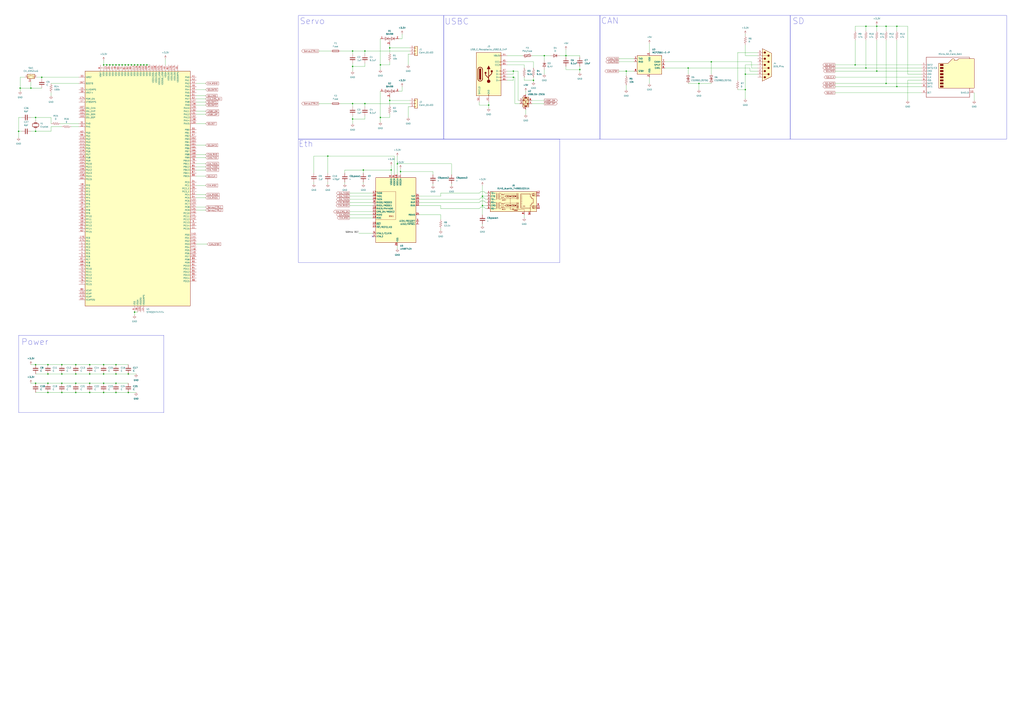
<source format=kicad_sch>
(kicad_sch (version 20250114) (generator "eeschema") (generator_version "9.0")
  (paper "A1")
  (rectangle (start 15.24 275.59) (end 134.62 339.09))
  (rectangle (start 648.97 12.7) (end 826.77 114.3))
  (rectangle (start 245.11 12.7) (end 364.49 114.3))
  (rectangle (start 364.49 12.7) (end 492.76 114.3))
  (rectangle (start 245.11 114.3) (end 459.74 215.9))
  (rectangle (start 492.76 12.7) (end 648.97 114.3))
  (text "USBC\n" (at 364.998 17.78 0) (effects (font (size 5 5)) (justify left)))
  (text "Eth" (at 245.11 118.364 0) (effects (font (size 5 5)) (justify left)))
  (text "SD" (at 650.748 17.526 0) (effects (font (size 5 5)) (justify left)))
  (text "CAN\n" (at 493.522 17.272 0) (effects (font (size 5 5)) (justify left)))
  (text "Servo\n" (at 246.126 17.526 0) (effects (font (size 5 5)) (justify left)))
  (text "Power\n" (at 17.526 281.178 0) (effects (font (size 5 5)) (justify left)))
  (junction (at 50.8 307.34))
  (junction (at 97.79 53.34))
  (junction (at 90.17 53.34))
  (junction (at 514.35 58.42))
  (junction (at 85.09 299.72))
  (junction (at 85.09 53.34))
  (junction (at 396.24 161.29))
  (junction (at 110.49 53.34))
  (junction (at 118.11 53.34))
  (junction (at 100.33 53.34))
  (junction (at 62.23 299.72))
  (junction (at 565.15 55.88))
  (junction (at 421.64 58.42))
  (junction (at 574.04 68.58))
  (junction (at 73.66 322.58))
  (junction (at 102.87 53.34))
  (junction (at 25.4 72.39))
  (junction (at 95.25 307.34))
  (junction (at 289.56 97.79))
  (junction (at 289.56 41.91))
  (junction (at 711.2 55.88))
  (junction (at 62.23 314.96))
  (junction (at 29.21 96.52))
  (junction (at 720.09 58.42))
  (junction (at 39.37 314.96))
  (junction (at 29.21 107.95))
  (junction (at 396.24 168.91))
  (junction (at 320.04 82.55))
  (junction (at 105.41 53.34))
  (junction (at 110.49 256.54))
  (junction (at 702.31 53.34))
  (junction (at 312.42 53.34))
  (junction (at 39.37 307.34))
  (junction (at 39.37 322.58))
  (junction (at 736.6 21.59))
  (junction (at 85.09 307.34))
  (junction (at 39.37 299.72))
  (junction (at 289.56 85.09))
  (junction (at 115.57 53.34))
  (junction (at 29.21 314.96))
  (junction (at 73.66 307.34))
  (junction (at 328.93 140.97))
  (junction (at 95.25 314.96))
  (junction (at 612.14 60.96))
  (junction (at 95.25 53.34))
  (junction (at 105.41 322.58))
  (junction (at 92.71 53.34))
  (junction (at 320.04 39.37))
  (junction (at 289.56 54.61))
  (junction (at 73.66 314.96))
  (junction (at 298.45 139.7))
  (junction (at 85.09 314.96))
  (junction (at 736.6 71.12))
  (junction (at 421.64 63.5))
  (junction (at 299.72 85.09))
  (junction (at 326.39 134.62))
  (junction (at 584.2 50.8))
  (junction (at 269.24 128.27))
  (junction (at 95.25 299.72))
  (junction (at 727.71 21.59))
  (junction (at 299.72 41.91))
  (junction (at 438.15 66.04))
  (junction (at 50.8 322.58))
  (junction (at 612.14 73.66))
  (junction (at 15.24 107.95))
  (junction (at 50.8 299.72))
  (junction (at 73.66 299.72))
  (junction (at 50.8 314.96))
  (junction (at 95.25 322.58))
  (junction (at 711.2 21.59))
  (junction (at 87.63 53.34))
  (junction (at 720.09 21.59))
  (junction (at 401.32 86.36))
  (junction (at 29.21 299.72))
  (junction (at 107.95 53.34))
  (junction (at 62.23 322.58))
  (junction (at 120.65 53.34))
  (junction (at 105.41 307.34))
  (junction (at 447.04 45.72))
  (junction (at 476.25 57.15))
  (junction (at 16.51 72.39))
  (junction (at 113.03 53.34))
  (junction (at 62.23 307.34))
  (junction (at 34.29 63.5))
  (junction (at 321.31 139.7))
  (junction (at 312.42 96.52))
  (junction (at 727.71 68.58))
  (junction (at 464.82 45.72))
  (junction (at 85.09 322.58))
  (no_connect (at 306.07 194.31))
  (wire (pts (xy 400.05 168.91) (xy 396.24 168.91)))
  (wire (pts (xy 29.21 107.95) (xy 25.4 107.95)))
  (wire (pts (xy 476.25 57.15) (xy 476.25 59.69)))
  (wire (pts (xy 320.04 43.18) (xy 320.04 39.37)))
  (wire (pts (xy 398.78 163.83) (xy 400.05 163.83)))
  (wire (pts (xy 416.56 45.72) (xy 429.26 45.72)))
  (wire (pts (xy 161.29 137.16) (xy 168.91 137.16)))
  (wire (pts (xy 430.53 63.5) (xy 430.53 66.04)))
  (wire (pts (xy 398.78 158.75) (xy 400.05 158.75)))
  (wire (pts (xy 398.78 166.37) (xy 397.51 165.1)))
  (wire (pts (xy 438.15 66.04) (xy 438.15 67.31)))
  (wire (pts (xy 745.49 60.96) (xy 745.49 21.59)))
  (wire (pts (xy 396.24 184.15) (xy 396.24 185.42)))
  (wire (pts (xy 320.04 39.37) (xy 320.04 36.83)))
  (wire (pts (xy 105.41 307.34) (xy 111.76 307.34)))
  (wire (pts (xy 702.31 53.34) (xy 702.31 33.02)))
  (wire (pts (xy 612.14 60.96) (xy 612.14 73.66)))
  (wire (pts (xy 161.29 152.4) (xy 168.91 152.4)))
  (wire (pts (xy 97.79 53.34) (xy 100.33 53.34)))
  (wire (pts (xy 29.21 96.52) (xy 25.4 96.52)))
  (wire (pts (xy 105.41 53.34) (xy 107.95 53.34)))
  (wire (pts (xy 394.97 157.48) (xy 393.7 158.75)))
  (wire (pts (xy 161.29 170.18) (xy 168.91 170.18)))
  (wire (pts (xy 431.8 74.93) (xy 431.8 77.47)))
  (wire (pts (xy 320.04 82.55) (xy 336.55 82.55)))
  (wire (pts (xy 736.6 21.59) (xy 736.6 25.4)))
  (wire (pts (xy 279.4 41.91) (xy 289.56 41.91)))
  (wire (pts (xy 30.48 63.5) (xy 34.29 63.5)))
  (wire (pts (xy 287.02 161.29) (xy 306.07 161.29)))
  (wire (pts (xy 546.1 50.8) (xy 584.2 50.8)))
  (wire (pts (xy 41.91 76.2) (xy 41.91 78.74)))
  (wire (pts (xy 430.53 66.04) (xy 438.15 66.04)))
  (wire (pts (xy 95.25 53.34) (xy 97.79 53.34)))
  (wire (pts (xy 685.8 76.2) (xy 756.92 76.2)))
  (wire (pts (xy 73.66 322.58) (xy 85.09 322.58)))
  (wire (pts (xy 685.8 53.34) (xy 702.31 53.34)))
  (wire (pts (xy 73.66 314.96) (xy 85.09 314.96)))
  (wire (pts (xy 161.29 172.72) (xy 168.91 172.72)))
  (wire (pts (xy 756.92 68.58) (xy 727.71 68.58)))
  (wire (pts (xy 312.42 96.52) (xy 320.04 96.52)))
  (wire (pts (xy 289.56 54.61) (xy 289.56 52.07)))
  (wire (pts (xy 289.56 54.61) (xy 289.56 58.42)))
  (wire (pts (xy 335.28 44.45) (xy 336.55 44.45)))
  (wire (pts (xy 320.04 93.98) (xy 320.04 96.52)))
  (wire (pts (xy 430.53 176.53) (xy 430.53 179.07)))
  (wire (pts (xy 393.7 83.82) (xy 393.7 86.36)))
  (wire (pts (xy 161.29 134.62) (xy 168.91 134.62)))
  (wire (pts (xy 257.81 128.27) (xy 269.24 128.27)))
  (wire (pts (xy 425.45 82.55) (xy 425.45 58.42)))
  (wire (pts (xy 62.23 314.96) (xy 73.66 314.96)))
  (wire (pts (xy 110.49 256.54) (xy 113.03 256.54)))
  (wire (pts (xy 25.4 72.39) (xy 34.29 72.39)))
  (wire (pts (xy 29.21 299.72) (xy 39.37 299.72)))
  (wire (pts (xy 436.88 85.09) (xy 447.04 85.09)))
  (wire (pts (xy 90.17 53.34) (xy 92.71 53.34)))
  (wire (pts (xy 312.42 57.15) (xy 312.42 53.34)))
  (wire (pts (xy 756.92 55.88) (xy 711.2 55.88)))
  (wire (pts (xy 533.4 35.56) (xy 533.4 43.18)))
  (wire (pts (xy 110.49 53.34) (xy 113.03 53.34)))
  (wire (pts (xy 514.35 69.85) (xy 514.35 73.66)))
  (wire (pts (xy 370.84 151.13) (xy 370.84 152.4)))
  (wire (pts (xy 394.97 157.48) (xy 397.51 157.48)))
  (wire (pts (xy 476.25 54.61) (xy 476.25 57.15)))
  (wire (pts (xy 328.93 138.43) (xy 328.93 140.97)))
  (wire (pts (xy 720.09 58.42) (xy 720.09 33.02)))
  (wire (pts (xy 565.15 55.88) (xy 615.95 55.88)))
  (wire (pts (xy 685.8 55.88) (xy 711.2 55.88)))
  (wire (pts (xy 416.56 63.5) (xy 421.64 63.5)))
  (wire (pts (xy 727.71 68.58) (xy 727.71 33.02)))
  (wire (pts (xy 401.32 86.36) (xy 401.32 88.9)))
  (wire (pts (xy 299.72 97.79) (xy 299.72 95.25)))
  (wire (pts (xy 617.22 50.8) (xy 584.2 50.8)))
  (wire (pts (xy 400.05 161.29) (xy 396.24 161.29)))
  (wire (pts (xy 800.1 76.2) (xy 800.1 82.55)))
  (wire (pts (xy 312.42 31.75) (xy 312.42 53.34)))
  (wire (pts (xy 584.2 50.8) (xy 584.2 60.96)))
  (wire (pts (xy 425.45 58.42) (xy 421.64 58.42)))
  (wire (pts (xy 615.95 58.42) (xy 622.3 58.42)))
  (wire (pts (xy 287.02 176.53) (xy 306.07 176.53)))
  (wire (pts (xy 161.29 144.78) (xy 168.91 144.78)))
  (wire (pts (xy 29.21 314.96) (xy 39.37 314.96)))
  (wire (pts (xy 161.29 81.28) (xy 168.91 81.28)))
  (wire (pts (xy 161.29 129.54) (xy 168.91 129.54)))
  (wire (pts (xy 85.09 53.34) (xy 87.63 53.34)))
  (wire (pts (xy 161.29 83.82) (xy 168.91 83.82)))
  (wire (pts (xy 135.89 48.26) (xy 135.89 53.34)))
  (wire (pts (xy 438.15 50.8) (xy 438.15 55.88)))
  (wire (pts (xy 394.97 165.1) (xy 397.51 165.1)))
  (wire (pts (xy 355.6 151.13) (xy 355.6 152.4)))
  (wire (pts (xy 361.95 171.45) (xy 361.95 168.91)))
  (wire (pts (xy 95.25 307.34) (xy 105.41 307.34)))
  (wire (pts (xy 85.09 322.58) (xy 95.25 322.58)))
  (wire (pts (xy 257.81 128.27) (xy 257.81 142.24)))
  (wire (pts (xy 326.39 201.93) (xy 326.39 204.47)))
  (wire (pts (xy 361.95 168.91) (xy 344.17 168.91)))
  (wire (pts (xy 565.15 55.88) (xy 565.15 60.96)))
  (wire (pts (xy 416.56 60.96) (xy 421.64 60.96)))
  (wire (pts (xy 464.82 45.72) (xy 464.82 46.99)))
  (wire (pts (xy 299.72 54.61) (xy 299.72 52.07)))
  (wire (pts (xy 269.24 128.27) (xy 323.85 128.27)))
  (wire (pts (xy 287.02 158.75) (xy 306.07 158.75)))
  (wire (pts (xy 617.22 50.8) (xy 617.22 55.88)))
  (wire (pts (xy 41.91 68.58) (xy 64.77 68.58)))
  (wire (pts (xy 25.4 67.31) (xy 25.4 72.39)))
  (wire (pts (xy 299.72 85.09) (xy 299.72 87.63)))
  (wire (pts (xy 261.62 41.91) (xy 271.78 41.91)))
  (wire (pts (xy 287.02 173.99) (xy 306.07 173.99)))
  (wire (pts (xy 320.04 39.37) (xy 336.55 39.37)))
  (wire (pts (xy 430.53 53.34) (xy 430.53 55.88)))
  (wire (pts (xy 287.02 168.91) (xy 306.07 168.91)))
  (wire (pts (xy 289.56 41.91) (xy 289.56 44.45)))
  (wire (pts (xy 605.79 43.18) (xy 605.79 66.04)))
  (wire (pts (xy 756.92 53.34) (xy 702.31 53.34)))
  (wire (pts (xy 73.66 307.34) (xy 85.09 307.34)))
  (wire (pts (xy 50.8 314.96) (xy 62.23 314.96)))
  (wire (pts (xy 736.6 71.12) (xy 736.6 33.02)))
  (wire (pts (xy 720.09 20.32) (xy 720.09 21.59)))
  (wire (pts (xy 289.56 41.91) (xy 299.72 41.91)))
  (wire (pts (xy 161.29 78.74) (xy 168.91 78.74)))
  (wire (pts (xy 161.29 127) (xy 168.91 127)))
  (wire (pts (xy 398.78 158.75) (xy 397.51 157.48)))
  (wire (pts (xy 41.91 96.52) (xy 41.91 101.6)))
  (wire (pts (xy 393.7 86.36) (xy 401.32 86.36)))
  (wire (pts (xy 720.09 21.59) (xy 720.09 25.4)))
  (wire (pts (xy 612.14 45.72) (xy 622.3 45.72)))
  (wire (pts (xy 330.2 71.12) (xy 330.2 74.93)))
  (wire (pts (xy 756.92 71.12) (xy 736.6 71.12)))
  (wire (pts (xy 320.04 50.8) (xy 320.04 53.34)))
  (wire (pts (xy 622.3 60.96) (xy 612.14 60.96)))
  (wire (pts (xy 279.4 85.09) (xy 289.56 85.09)))
  (wire (pts (xy 62.23 322.58) (xy 73.66 322.58)))
  (wire (pts (xy 289.56 54.61) (xy 299.72 54.61)))
  (wire (pts (xy 416.56 50.8) (xy 438.15 50.8)))
  (wire (pts (xy 323.85 128.27) (xy 323.85 143.51)))
  (wire (pts (xy 335.28 44.45) (xy 335.28 53.34)))
  (wire (pts (xy 436.88 82.55) (xy 447.04 82.55)))
  (wire (pts (xy 289.56 97.79) (xy 289.56 101.6)))
  (wire (pts (xy 685.8 68.58) (xy 727.71 68.58)))
  (wire (pts (xy 508 50.8) (xy 520.7 50.8)))
  (wire (pts (xy 29.21 322.58) (xy 39.37 322.58)))
  (wire (pts (xy 39.37 299.72) (xy 50.8 299.72)))
  (wire (pts (xy 438.15 63.5) (xy 438.15 66.04)))
  (wire (pts (xy 335.28 87.63) (xy 336.55 87.63)))
  (wire (pts (xy 321.31 139.7) (xy 321.31 143.51)))
  (wire (pts (xy 436.88 45.72) (xy 447.04 45.72)))
  (wire (pts (xy 464.82 57.15) (xy 476.25 57.15)))
  (wire (pts (xy 62.23 299.72) (xy 73.66 299.72)))
  (wire (pts (xy 565.15 55.88) (xy 546.1 55.88)))
  (wire (pts (xy 335.28 87.63) (xy 335.28 96.52)))
  (wire (pts (xy 95.25 322.58) (xy 105.41 322.58)))
  (wire (pts (xy 110.49 256.54) (xy 110.49 259.08)))
  (wire (pts (xy 370.84 143.51) (xy 370.84 134.62)))
  (wire (pts (xy 727.71 21.59) (xy 727.71 25.4)))
  (wire (pts (xy 416.56 58.42) (xy 421.64 58.42)))
  (wire (pts (xy 85.09 307.34) (xy 95.25 307.34)))
  (wire (pts (xy 39.37 314.96) (xy 50.8 314.96)))
  (wire (pts (xy 87.63 53.34) (xy 90.17 53.34)))
  (wire (pts (xy 113.03 53.34) (xy 115.57 53.34)))
  (wire (pts (xy 102.87 53.34) (xy 105.41 53.34)))
  (wire (pts (xy 289.56 97.79) (xy 299.72 97.79)))
  (wire (pts (xy 398.78 166.37) (xy 400.05 166.37)))
  (wire (pts (xy 361.95 171.45) (xy 393.7 171.45)))
  (wire (pts (xy 34.29 63.5) (xy 34.29 64.77)))
  (wire (pts (xy 29.21 96.52) (xy 41.91 96.52)))
  (wire (pts (xy 605.79 73.66) (xy 612.14 73.66)))
  (wire (pts (xy 15.24 107.95) (xy 15.24 113.03)))
  (wire (pts (xy 612.14 73.66) (xy 612.14 81.28)))
  (wire (pts (xy 508 58.42) (xy 514.35 58.42)))
  (wire (pts (xy 161.29 93.98) (xy 168.91 93.98)))
  (wire (pts (xy 25.4 314.96) (xy 29.21 314.96)))
  (wire (pts (xy 711.2 21.59) (xy 720.09 21.59)))
  (wire (pts (xy 330.2 27.94) (xy 330.2 31.75)))
  (wire (pts (xy 62.23 307.34) (xy 73.66 307.34)))
  (wire (pts (xy 745.49 66.04) (xy 745.49 82.55)))
  (wire (pts (xy 394.97 165.1) (xy 393.7 166.37)))
  (wire (pts (xy 394.97 170.18) (xy 393.7 171.45)))
  (wire (pts (xy 16.51 72.39) (xy 25.4 72.39)))
  (wire (pts (xy 330.2 31.75) (xy 327.66 31.75)))
  (wire (pts (xy 422.91 63.5) (xy 421.64 63.5)))
  (wire (pts (xy 298.45 142.24) (xy 298.45 139.7)))
  (wire (pts (xy 396.24 152.4) (xy 396.24 161.29)))
  (wire (pts (xy 617.22 55.88) (xy 622.3 55.88)))
  (wire (pts (xy 370.84 134.62) (xy 326.39 134.62)))
  (wire (pts (xy 283.21 142.24) (xy 283.21 139.7)))
  (wire (pts (xy 702.31 21.59) (xy 711.2 21.59)))
  (wire (pts (xy 756.92 66.04) (xy 745.49 66.04)))
  (wire (pts (xy 100.33 53.34) (xy 102.87 53.34)))
  (wire (pts (xy 312.42 74.93) (xy 312.42 96.52)))
  (wire (pts (xy 464.82 40.64) (xy 464.82 45.72)))
  (wire (pts (xy 328.93 140.97) (xy 328.93 143.51)))
  (wire (pts (xy 312.42 100.33) (xy 312.42 96.52)))
  (wire (pts (xy 398.78 171.45) (xy 397.51 170.18)))
  (wire (pts (xy 299.72 41.91) (xy 336.55 41.91)))
  (wire (pts (xy 16.51 63.5) (xy 20.32 63.5)))
  (wire (pts (xy 34.29 63.5) (xy 64.77 63.5)))
  (wire (pts (xy 289.56 85.09) (xy 299.72 85.09)))
  (wire (pts (xy 29.21 106.68) (xy 29.21 107.95)))
  (wire (pts (xy 361.95 158.75) (xy 361.95 161.29)))
  (wire (pts (xy 41.91 104.14) (xy 41.91 107.95)))
  (wire (pts (xy 320.04 86.36) (xy 320.04 82.55)))
  (wire (pts (xy 161.29 91.44) (xy 168.91 91.44)))
  (wire (pts (xy 120.65 53.34) (xy 123.19 53.34)))
  (wire (pts (xy 685.8 63.5) (xy 756.92 63.5)))
  (wire (pts (xy 394.97 162.56) (xy 393.7 163.83)))
  (wire (pts (xy 361.95 187.96) (xy 361.95 189.23)))
  (wire (pts (xy 328.93 140.97) (xy 355.6 140.97)))
  (wire (pts (xy 161.29 200.66) (xy 170.18 200.66)))
  (wire (pts (xy 574.04 68.58) (xy 584.2 68.58)))
  (wire (pts (xy 574.04 68.58) (xy 574.04 73.66)))
  (wire (pts (xy 39.37 307.34) (xy 50.8 307.34)))
  (wire (pts (xy 287.02 163.83) (xy 306.07 163.83)))
  (wire (pts (xy 298.45 139.7) (xy 321.31 139.7)))
  (wire (pts (xy 344.17 166.37) (xy 393.7 166.37)))
  (wire (pts (xy 615.95 55.88) (xy 615.95 58.42)))
  (wire (pts (xy 269.24 128.27) (xy 269.24 142.24)))
  (wire (pts (xy 565.15 68.58) (xy 574.04 68.58)))
  (wire (pts (xy 299.72 41.91) (xy 299.72 44.45)))
  (wire (pts (xy 41.91 104.14) (xy 50.8 104.14)))
  (wire (pts (xy 161.29 139.7) (xy 168.91 139.7)))
  (wire (pts (xy 612.14 27.94) (xy 612.14 29.21)))
  (wire (pts (xy 115.57 53.34) (xy 118.11 53.34)))
  (wire (pts (xy 15.24 107.95) (xy 17.78 107.95)))
  (wire (pts (xy 533.4 63.5) (xy 533.4 68.58)))
  (wire (pts (xy 685.8 58.42) (xy 720.09 58.42)))
  (wire (pts (xy 756.92 58.42) (xy 720.09 58.42)))
  (wire (pts (xy 330.2 74.93) (xy 327.66 74.93)))
  (wire (pts (xy 49.53 101.6) (xy 64.77 101.6)))
  (wire (pts (xy 326.39 128.27) (xy 326.39 134.62)))
  (wire (pts (xy 622.3 53.34) (xy 612.14 53.34)))
  (wire (pts (xy 161.29 73.66) (xy 168.91 73.66)))
  (wire (pts (xy 15.24 96.52) (xy 17.78 96.52)))
  (wire (pts (xy 476.25 46.99) (xy 476.25 45.72)))
  (wire (pts (xy 711.2 55.88) (xy 711.2 33.02)))
  (wire (pts (xy 257.81 149.86) (xy 257.81 151.13)))
  (wire (pts (xy 289.56 85.09) (xy 289.56 87.63)))
  (wire (pts (xy 283.21 139.7) (xy 298.45 139.7)))
  (wire (pts (xy 685.8 71.12) (xy 736.6 71.12)))
  (wire (pts (xy 361.95 176.53) (xy 361.95 180.34)))
  (wire (pts (xy 107.95 53.34) (xy 110.49 53.34)))
  (wire (pts (xy 756.92 60.96) (xy 745.49 60.96)))
  (wire (pts (xy 85.09 314.96) (xy 95.25 314.96)))
  (wire (pts (xy 298.45 149.86) (xy 298.45 151.13)))
  (wire (pts (xy 41.91 107.95) (xy 29.21 107.95)))
  (wire (pts (xy 736.6 21.59) (xy 745.49 21.59)))
  (wire (pts (xy 118.11 53.34) (xy 120.65 53.34)))
  (wire (pts (xy 476.25 45.72) (xy 464.82 45.72)))
  (wire (pts (xy 612.14 53.34) (xy 612.14 60.96)))
  (wire (pts (xy 344.17 176.53) (xy 361.95 176.53)))
  (wire (pts (xy 161.29 101.6) (xy 168.91 101.6)))
  (wire (pts (xy 161.29 68.58) (xy 168.91 68.58)))
  (wire (pts (xy 398.78 163.83) (xy 397.51 162.56)))
  (wire (pts (xy 344.17 163.83) (xy 393.7 163.83)))
  (wire (pts (xy 50.8 299.72) (xy 62.23 299.72)))
  (wire (pts (xy 431.8 90.17) (xy 431.8 93.98)))
  (wire (pts (xy 394.97 170.18) (xy 397.51 170.18)))
  (wire (pts (xy 416.56 66.04) (xy 421.64 66.04)))
  (wire (pts (xy 508 48.26) (xy 520.7 48.26)))
  (wire (pts (xy 50.8 322.58) (xy 62.23 322.58)))
  (wire (pts (xy 702.31 21.59) (xy 702.31 25.4)))
  (wire (pts (xy 29.21 307.34) (xy 39.37 307.34)))
  (wire (pts (xy 398.78 171.45) (xy 400.05 171.45)))
  (wire (pts (xy 269.24 149.86) (xy 269.24 151.13)))
  (wire (pts (xy 161.29 160.02) (xy 168.91 160.02)))
  (wire (pts (xy 421.64 60.96) (xy 421.64 58.42)))
  (wire (pts (xy 105.41 322.58) (xy 111.76 322.58)))
  (wire (pts (xy 421.64 63.5) (xy 421.64 66.04)))
  (wire (pts (xy 321.31 135.89) (xy 321.31 139.7)))
  (wire (pts (xy 361.95 158.75) (xy 393.7 158.75)))
  (wire (pts (xy 320.04 82.55) (xy 320.04 80.01)))
  (wire (pts (xy 396.24 161.29) (xy 396.24 168.91)))
  (wire (pts (xy 299.72 85.09) (xy 336.55 85.09)))
  (wire (pts (xy 85.09 49.53) (xy 85.09 53.34)))
  (wire (pts (xy 16.51 74.93) (xy 16.51 72.39)))
  (wire (pts (xy 92.71 53.34) (xy 95.25 53.34)))
  (wire (pts (xy 15.24 107.95) (xy 15.24 96.52)))
  (wire (pts (xy 727.71 21.59) (xy 736.6 21.59)))
  (wire (pts (xy 312.42 53.34) (xy 320.04 53.34)))
  (wire (pts (xy 161.29 119.38) (xy 168.91 119.38)))
  (wire (pts (xy 73.66 299.72) (xy 85.09 299.72)))
  (wire (pts (xy 464.82 54.61) (xy 464.82 57.15)))
  (wire (pts (xy 394.97 162.56) (xy 397.51 162.56)))
  (wire (pts (xy 39.37 322.58) (xy 50.8 322.58)))
  (wire (pts (xy 289.56 97.79) (xy 289.56 95.25)))
  (wire (pts (xy 396.24 168.91) (xy 396.24 176.53)))
  (wire (pts (xy 287.02 166.37) (xy 306.07 166.37)))
  (wire (pts (xy 283.21 149.86) (xy 283.21 151.13)))
  (wire (pts (xy 58.42 104.14) (xy 64.77 104.14)))
  (wire (pts (xy 447.04 45.72) (xy 447.04 49.53)))
  (wire (pts (xy 261.62 85.09) (xy 271.78 85.09)))
  (wire (pts (xy 422.91 85.09) (xy 422.91 63.5)))
  (wire (pts (xy 161.29 86.36) (xy 168.91 86.36)))
  (wire (pts (xy 711.2 21.59) (xy 711.2 25.4)))
  (wire (pts (xy 426.72 85.09) (xy 422.91 85.09)))
  (wire (pts (xy 612.14 36.83) (xy 612.14 45.72)))
  (wire (pts (xy 294.64 191.77) (xy 306.07 191.77)))
  (wire (pts (xy 401.32 83.82) (xy 401.32 86.36)))
  (wire (pts (xy 16.51 72.39) (xy 16.51 63.5)))
  (wire (pts (xy 95.25 299.72) (xy 105.41 299.72)))
  (wire (pts (xy 85.09 299.72) (xy 95.25 299.72)))
  (wire (pts (xy 720.09 21.59) (xy 727.71 21.59)))
  (wire (pts (xy 514.35 62.23) (xy 514.35 58.42)))
  (wire (pts (xy 287.02 179.07) (xy 306.07 179.07)))
  (wire (pts (xy 459.74 45.72) (xy 464.82 45.72)))
  (wire (pts (xy 426.72 82.55) (xy 425.45 82.55)))
  (wire (pts (xy 161.29 162.56) (xy 168.91 162.56)))
  (wire (pts (xy 514.35 58.42) (xy 520.7 58.42)))
  (wire (pts (xy 326.39 134.62) (xy 326.39 143.51)))
  (wire (pts (xy 25.4 299.72) (xy 29.21 299.72)))
  (wire (pts (xy 447.04 57.15) (xy 447.04 60.96)))
  (wire (pts (xy 344.17 161.29) (xy 361.95 161.29)))
  (wire (pts (xy 452.12 45.72) (xy 447.04 45.72)))
  (wire (pts (xy 416.56 53.34) (xy 430.53 53.34)))
  (wire (pts (xy 50.8 307.34) (xy 62.23 307.34)))
  (wire (pts (xy 95.25 314.96) (xy 105.41 314.96)))
  (wire (pts (xy 355.6 143.51) (xy 355.6 140.97)))
  (wire (pts (xy 622.3 43.18) (xy 605.79 43.18)))
  (wire (pts (xy 29.21 96.52) (xy 29.21 99.06)))
  (label "50MHz REF" (at 294.64 191.77 180))
  (global_label "Eth.CRS_DV" (shape input) (at 168.91 81.28 0) (property "Intersheetrefs" "${INTERSHEET_REFS}" (effects (hide yes))))
  (global_label "CAN.STBY" (shape output) (at 508 58.42 180) (property "Intersheetrefs" "${INTERSHEET_REFS}" (effects (hide yes))))
  (global_label "Servo.CTRL1" (shape output) (at 261.62 41.91 180) (property "Intersheetrefs" "${INTERSHEET_REFS}" (effects (hide yes))))
  (global_label "CAN.RXD" (shape input) (at 168.91 127 0) (property "Intersheetrefs" "${INTERSHEET_REFS}" (effects (hide yes))))
  (global_label "SD.DAT3" (shape output) (at 685.8 55.88 180) (property "Intersheetrefs" "${INTERSHEET_REFS}" (effects (hide yes))))
  (global_label "Eth.TXD1" (shape output) (at 287.02 161.29 180) (property "Intersheetrefs" "${INTERSHEET_REFS}" (effects (hide yes))))
  (global_label "CAN.RXD" (shape output) (at 508 50.8 180) (property "Intersheetrefs" "${INTERSHEET_REFS}" (effects (hide yes))))
  (global_label "Eth.TXD0" (shape output) (at 287.02 158.75 180) (property "Intersheetrefs" "${INTERSHEET_REFS}" (effects (hide yes))))
  (global_label "Servo.CTRL2" (shape output) (at 261.62 85.09 180) (property "Intersheetrefs" "${INTERSHEET_REFS}" (effects (hide yes))))
  (global_label "CAN.TXD" (shape input) (at 168.91 129.54 0) (property "Intersheetrefs" "${INTERSHEET_REFS}" (effects (hide yes))))
  (global_label "SD.DAT0" (shape input) (at 168.91 73.66 0) (property "Intersheetrefs" "${INTERSHEET_REFS}" (effects (hide yes))))
  (global_label "USBC.DM" (shape input) (at 168.91 91.44 0) (property "Intersheetrefs" "${INTERSHEET_REFS}" (effects (hide yes))))
  (global_label "USBC.DP" (shape output) (at 447.04 85.09 0) (property "Intersheetrefs" "${INTERSHEET_REFS}" (effects (hide yes))))
  (global_label "Eth.RXD1" (shape input) (at 168.91 162.56 0) (property "Intersheetrefs" "${INTERSHEET_REFS}" (effects (hide yes))))
  (global_label "Eth.MDC" (shape output) (at 287.02 179.07 180) (property "Intersheetrefs" "${INTERSHEET_REFS}" (effects (hide yes))))
  (global_label "CAN.STBY" (shape input) (at 170.18 200.66 0) (property "Intersheetrefs" "${INTERSHEET_REFS}" (effects (hide yes))))
  (global_label "SD.DAT2" (shape input) (at 168.91 86.36 0) (property "Intersheetrefs" "${INTERSHEET_REFS}" (effects (hide yes))))
  (global_label "Eth.TXEN" (shape output) (at 287.02 163.83 180) (property "Intersheetrefs" "${INTERSHEET_REFS}" (effects (hide yes))))
  (global_label "SD.DAT0" (shape output) (at 685.8 68.58 180) (property "Intersheetrefs" "${INTERSHEET_REFS}" (effects (hide yes))))
  (global_label "SD.CLK" (shape output) (at 685.8 63.5 180) (property "Intersheetrefs" "${INTERSHEET_REFS}" (effects (hide yes))))
  (global_label "Eth.CRS_DV" (shape output) (at 287.02 173.99 180) (property "Intersheetrefs" "${INTERSHEET_REFS}" (effects (hide yes))))
  (global_label "Servo.CTRL2" (shape input) (at 168.91 172.72 0) (property "Intersheetrefs" "${INTERSHEET_REFS}" (effects (hide yes))))
  (global_label "CAN.TXD" (shape output) (at 508 48.26 180) (property "Intersheetrefs" "${INTERSHEET_REFS}" (effects (hide yes))))
  (global_label "SD.CMD" (shape output) (at 685.8 58.42 180) (property "Intersheetrefs" "${INTERSHEET_REFS}" (effects (hide yes))))
  (global_label "Eth.MDC" (shape input) (at 168.91 152.4 0) (property "Intersheetrefs" "${INTERSHEET_REFS}" (effects (hide yes))))
  (global_label "Eth.MDIO" (shape input) (at 168.91 68.58 0) (property "Intersheetrefs" "${INTERSHEET_REFS}" (effects (hide yes))))
  (global_label "SD.CLK" (shape input) (at 168.91 144.78 0) (property "Intersheetrefs" "${INTERSHEET_REFS}" (effects (hide yes))))
  (global_label "Eth.TXD1" (shape input) (at 168.91 139.7 0) (property "Intersheetrefs" "${INTERSHEET_REFS}" (effects (hide yes))))
  (global_label "Servo.CTRL1" (shape input) (at 168.91 170.18 0) (property "Intersheetrefs" "${INTERSHEET_REFS}" (effects (hide yes))))
  (global_label "Eth.MDIO" (shape output) (at 287.02 176.53 180) (property "Intersheetrefs" "${INTERSHEET_REFS}" (effects (hide yes))))
  (global_label "USBC.DP" (shape input) (at 168.91 93.98 0) (property "Intersheetrefs" "${INTERSHEET_REFS}" (effects (hide yes))))
  (global_label "SD.DET" (shape output) (at 685.8 76.2 180) (property "Intersheetrefs" "${INTERSHEET_REFS}" (effects (hide yes))))
  (global_label "USBC.DM" (shape output) (at 447.04 82.55 0) (property "Intersheetrefs" "${INTERSHEET_REFS}" (effects (hide yes))))
  (global_label "SD.CMD" (shape input) (at 168.91 78.74 0) (property "Intersheetrefs" "${INTERSHEET_REFS}" (effects (hide yes))))
  (global_label "SD.DAT3" (shape input) (at 168.91 119.38 0) (property "Intersheetrefs" "${INTERSHEET_REFS}" (effects (hide yes))))
  (global_label "SD.DAT1" (shape input) (at 168.91 83.82 0) (property "Intersheetrefs" "${INTERSHEET_REFS}" (effects (hide yes))))
  (global_label "Eth.TXEN" (shape input) (at 168.91 134.62 0) (property "Intersheetrefs" "${INTERSHEET_REFS}" (effects (hide yes))))
  (global_label "Eth.RXD1" (shape output) (at 287.02 168.91 180) (property "Intersheetrefs" "${INTERSHEET_REFS}" (effects (hide yes))))
  (global_label "SD.DET" (shape input) (at 168.91 101.6 0) (property "Intersheetrefs" "${INTERSHEET_REFS}" (effects (hide yes))))
  (global_label "SD.DAT1" (shape output) (at 685.8 71.12 180) (property "Intersheetrefs" "${INTERSHEET_REFS}" (effects (hide yes))))
  (global_label "Eth.TXD0" (shape input) (at 168.91 137.16 0) (property "Intersheetrefs" "${INTERSHEET_REFS}" (effects (hide yes))))
  (global_label "Eth.RXD0" (shape output) (at 287.02 166.37 180) (property "Intersheetrefs" "${INTERSHEET_REFS}" (effects (hide yes))))
  (global_label "SD.DAT2" (shape output) (at 685.8 53.34 180) (property "Intersheetrefs" "${INTERSHEET_REFS}" (effects (hide yes))))
  (global_label "Eth.RXD0" (shape input) (at 168.91 160.02 0) (property "Intersheetrefs" "${INTERSHEET_REFS}" (effects (hide yes))))
  (symbol (lib_id "Interface_CAN_LIN:MCP2561-E-P") (at 533.4 53.34 0) (unit 1)
    (property "Reference" "U3" (at 535.5433 40.64 0) (effects (justify left)))
    (property "Value" "MCP2561-E-P" (at 535.5433 43.18 0) (effects (justify left)))
    (property "Footprint" "Package_DIP:DIP-8_W7.62mm" (effects (hide yes)))
    (property "Datasheet" "http://ww1.microchip.com/downloads/en/DeviceDoc/25167A.pdf" (effects (hide yes)))
    (property "Description" "High-Speed CAN Transceiver, 1Mbps, 5V supply, SPLIT pin, -40C to +125C, DIP-8" (effects (hide yes)))
  )
  (symbol (lib_id "Device:C") (at 73.66 318.77 0) (unit 1)
    (property "Reference" "C22" (at 77.47 317.4999 0) (effects (justify left)))
    (property "Value" "C" (at 77.47 320.0399 0) (effects (justify left)))
    (property "Description" "Unpolarized capacitor" (effects (hide yes)))
  )
  (symbol (lib_id "power:+3.3V") (at 326.39 128.27 0) (unit 1)
    (property "Reference" "#PWR031" (effects (hide yes)))
    (property "Value" "+3.3V" (at 326.39 123.19 0))
    (property "Description" "Power symbol creates a global label with name \"+3.3V\"" (effects (hide yes)))
  )
  (symbol (lib_id "Device:C") (at 50.8 303.53 0) (unit 1)
    (property "Reference" "C12" (at 54.61 302.2599 0) (effects (justify left)))
    (property "Value" "C" (at 54.61 304.7999 0) (effects (justify left)))
    (property "Description" "Unpolarized capacitor" (effects (hide yes)))
  )
  (symbol (lib_id "Device:C") (at 283.21 146.05 0) (unit 1)
    (property "Reference" "CBypass1" (at 287.02 144.7799 0) (effects (justify left)))
    (property "Value" "~" (at 287.02 147.3199 0) (effects (justify left)))
    (property "Description" "Unpolarized capacitor" (effects (hide yes)))
  )
  (symbol (lib_id "Connector_Generic:Conn_01x03") (at 341.63 41.91 0) (unit 1)
    (property "Reference" "J1" (at 344.17 40.6399 0) (effects (justify left)))
    (property "Value" "Conn_01x03" (at 344.17 43.1799 0) (effects (justify left)))
    (property "Description" "Generic connector, single row, 01x03, script generated (kicad-library-utils/schlib/autogen/connector/)" (effects (hide yes)))
  )
  (symbol (lib_id "power:GND") (at 312.42 100.33 0) (unit 1)
    (property "Reference" "#PWR06" (effects (hide yes)))
    (property "Value" "GND" (at 312.42 105.41 0))
    (property "Description" "Power symbol creates a global label with name \"GND\" , ground" (effects (hide yes)))
  )
  (symbol (lib_id "power:GND") (at 447.04 60.96 0) (unit 1)
    (property "Reference" "#PWR012" (effects (hide yes)))
    (property "Value" "GND" (at 447.04 66.04 0))
    (property "Description" "Power symbol creates a global label with name \"GND\" , ground" (effects (hide yes)))
  )
  (symbol (lib_id "power:GND") (at 312.42 57.15 0) (unit 1)
    (property "Reference" "#PWR03" (effects (hide yes)))
    (property "Value" "GND" (at 312.42 62.23 0))
    (property "Description" "Power symbol creates a global label with name \"GND\" , ground" (effects (hide yes)))
  )
  (symbol (lib_id "Device:C") (at 39.37 318.77 0) (unit 1)
    (property "Reference" "C19" (at 43.18 317.4999 0) (effects (justify left)))
    (property "Value" "C" (at 43.18 320.0399 0) (effects (justify left)))
    (property "Description" "Unpolarized capacitor" (effects (hide yes)))
  )
  (symbol (lib_id "power:GND") (at 476.25 59.69 0) (unit 1)
    (property "Reference" "#PWR011" (effects (hide yes)))
    (property "Value" "GND" (at 476.25 64.77 0))
    (property "Description" "Power symbol creates a global label with name \"GND\" , ground" (effects (hide yes)))
  )
  (symbol (lib_id "power:GND") (at 15.24 113.03 0) (unit 1)
    (property "Reference" "#PWR048" (effects (hide yes)))
    (property "Value" "GND" (at 15.24 118.11 0))
    (property "Description" "Power symbol creates a global label with name \"GND\" , ground" (effects (hide yes)))
  )
  (symbol (lib_id "Device:R_US") (at 605.79 69.85 0) (unit 1)
    (property "Reference" "R7" (at 608.33 68.5799 0) (effects (justify left)))
    (property "Value" "0" (at 608.33 71.1199 0) (effects (justify left)))
    (property "Description" "Resistor, US symbol" (effects (hide yes)))
  )
  (symbol (lib_id "power:GND") (at 298.45 151.13 0) (unit 1)
    (property "Reference" "#PWR029" (effects (hide yes)))
    (property "Value" "GND" (at 298.45 156.21 0))
    (property "Description" "Power symbol creates a global label with name \"GND\" , ground" (effects (hide yes)))
  )
  (symbol (lib_id "power:GND") (at 335.28 53.34 0) (unit 1)
    (property "Reference" "#PWR04" (effects (hide yes)))
    (property "Value" "GND" (at 335.28 58.42 0))
    (property "Description" "Power symbol creates a global label with name \"GND\" , ground" (effects (hide yes)))
  )
  (symbol (lib_id "power:GND") (at 430.53 179.07 0) (unit 1)
    (property "Reference" "#PWR025" (effects (hide yes)))
    (property "Value" "GND" (at 430.53 184.15 0))
    (property "Description" "Power symbol creates a global label with name \"GND\" , ground" (effects (hide yes)))
  )
  (symbol (lib_id "power:+3.3V") (at 396.24 152.4 0) (unit 1)
    (property "Reference" "#PWR036" (effects (hide yes)))
    (property "Value" "+3.3V" (at 396.24 147.32 0))
    (property "Description" "Power symbol creates a global label with name \"+3.3V\"" (effects (hide yes)))
  )
  (symbol (lib_id "Device:R_US") (at 320.04 90.17 0) (unit 1)
    (property "Reference" "R2" (at 322.58 88.8999 0) (effects (justify left)))
    (property "Value" "10k" (at 322.58 91.4399 0) (effects (justify left)))
    (property "Description" "Resistor, US symbol" (effects (hide yes)))
  )
  (symbol (lib_id "Device:C") (at 257.81 146.05 0) (unit 1)
    (property "Reference" "C9" (at 261.62 144.7799 0) (effects (justify left)))
    (property "Value" "1uF" (at 261.62 147.3199 0) (effects (justify left)))
    (property "Description" "Unpolarized capacitor" (effects (hide yes)))
  )
  (symbol (lib_id "power:GND") (at 110.49 259.08 0) (unit 1)
    (property "Reference" "#PWR046" (effects (hide yes)))
    (property "Value" "GND" (at 110.49 264.16 0))
    (property "Description" "Power symbol creates a global label with name \"GND\" , ground" (effects (hide yes)))
  )
  (symbol (lib_id "power:GND") (at 289.56 58.42 0) (unit 1)
    (property "Reference" "#PWR01" (effects (hide yes)))
    (property "Value" "GND" (at 289.56 63.5 0))
    (property "Description" "Power symbol creates a global label with name \"GND\" , ground" (effects (hide yes)))
  )
  (symbol (lib_id "Device:C") (at 39.37 303.53 0) (unit 1)
    (property "Reference" "C11" (at 43.18 302.2599 0) (effects (justify left)))
    (property "Value" "C" (at 43.18 304.7999 0) (effects (justify left)))
    (property "Description" "Unpolarized capacitor" (effects (hide yes)))
  )
  (symbol (lib_id "Device:R_US") (at 41.91 72.39 0) (unit 1)
    (property "Reference" "R14" (at 44.45 71.1199 0) (effects (justify left)))
    (property "Value" "100k" (at 44.45 73.6599 0) (effects (justify left)))
    (property "Description" "Resistor, US symbol" (effects (hide yes)))
  )
  (symbol (lib_id "power:GND") (at 326.39 204.47 0) (unit 1)
    (property "Reference" "#PWR024" (effects (hide yes)))
    (property "Value" "GND" (at 326.39 209.55 0))
    (property "Description" "Power symbol creates a global label with name \"GND\" , ground" (effects (hide yes)))
  )
  (symbol (lib_id "power:+3.3V") (at 328.93 138.43 0) (unit 1)
    (property "Reference" "#PWR032" (effects (hide yes)))
    (property "Value" "+3.3V" (at 328.93 133.35 0))
    (property "Description" "Power symbol creates a global label with name \"+3.3V\"" (effects (hide yes)))
  )
  (symbol (lib_id "Device:R_US") (at 430.53 59.69 0) (unit 1)
    (property "Reference" "R3" (at 433.07 58.4199 0) (effects (justify left)))
    (property "Value" "5.1k" (at 433.07 60.9599 0) (effects (justify left)))
    (property "Description" "Resistor, US symbol" (effects (hide yes)))
  )
  (symbol (lib_id "power:GND") (at 361.95 189.23 0) (unit 1)
    (property "Reference" "#PWR027" (effects (hide yes)))
    (property "Value" "GND" (at 361.95 194.31 0))
    (property "Description" "Power symbol creates a global label with name \"GND\" , ground" (effects (hide yes)))
  )
  (symbol (lib_id "Device:C") (at 476.25 50.8 0) (unit 1)
    (property "Reference" "C7" (at 480.06 49.5299 0) (effects (justify left)))
    (property "Value" "10uF" (at 480.06 52.0699 0) (effects (justify left)))
    (property "Description" "Unpolarized capacitor" (effects (hide yes)))
  )
  (symbol (lib_id "Device:Polyfuse") (at 433.07 45.72 90) (unit 1)
    (property "Reference" "F3" (at 433.07 39.37 90))
    (property "Value" "Polyfuse" (at 433.07 41.91 90))
    (property "Description" "Resettable fuse, polymeric positive temperature coefficient" (effects (hide yes)))
  )
  (symbol (lib_id "Device:Fuse") (at 275.59 41.91 90) (unit 1)
    (property "Reference" "F1" (at 275.59 35.56 90))
    (property "Value" "Fuse" (at 275.59 38.1 90))
    (property "Description" "Fuse" (effects (hide yes)))
  )
  (symbol (lib_id "Device:R_US") (at 45.72 101.6 90) (unit 1)
    (property "Reference" "R15" (at 45.72 95.25 90))
    (property "Value" "0" (at 45.72 97.79 90))
    (property "Description" "Resistor, US symbol" (effects (hide yes)))
  )
  (symbol (lib_id "power:GND") (at 289.56 101.6 0) (unit 1)
    (property "Reference" "#PWR05" (effects (hide yes)))
    (property "Value" "GND" (at 289.56 106.68 0))
    (property "Description" "Power symbol creates a global label with name \"GND\" , ground" (effects (hide yes)))
  )
  (symbol (lib_id "power:+3.3V") (at 720.09 20.32 0) (unit 1)
    (property "Reference" "#PWR037" (effects (hide yes)))
    (property "Value" "+3.3V" (at 720.09 15.24 0))
    (property "Description" "Power symbol creates a global label with name \"+3.3V\"" (effects (hide yes)))
  )
  (symbol (lib_id "Device:C") (at 370.84 147.32 0) (unit 1)
    (property "Reference" "CBypass3" (at 374.65 146.0499 0) (effects (justify left)))
    (property "Value" "~" (at 374.65 148.5899 0) (effects (justify left)))
    (property "Description" "Unpolarized capacitor" (effects (hide yes)))
  )
  (symbol (lib_id "power:GND") (at 111.76 322.58 0) (unit 1)
    (property "Reference" "#PWR041" (effects (hide yes)))
    (property "Value" "GND" (at 111.76 327.66 0))
    (property "Description" "Power symbol creates a global label with name \"GND\" , ground" (effects (hide yes)))
  )
  (symbol (lib_id "power:GND") (at 514.35 73.66 0) (unit 1)
    (property "Reference" "#PWR021" (effects (hide yes)))
    (property "Value" "GND" (at 514.35 78.74 0))
    (property "Description" "Power symbol creates a global label with name \"GND\" , ground" (effects (hide yes)))
  )
  (symbol (lib_id "Interface_Ethernet:LAN8742A") (at 326.39 173.99 0) (unit 1)
    (property "Reference" "U5" (at 328.5333 201.93 0) (effects (justify left)))
    (property "Value" "LAN8742A" (at 328.5333 204.47 0) (effects (justify left)))
    (property "Footprint" "Package_DFN_QFN:VQFN-24-1EP_4x4mm_P0.5mm_EP2.5x2.5mm_ThermalVias" (effects (hide yes)))
    (property "Datasheet" "http://ww1.microchip.com/downloads/en/DeviceDoc/8742a.pdf" (effects (hide yes)))
    (property "Description" "LAN8720 Ethernet PHY with RMII interface, QFN-24" (effects (hide yes)))
  )
  (symbol (lib_id "Device:C") (at 105.41 318.77 0) (unit 1)
    (property "Reference" "C25" (at 109.22 317.4999 0) (effects (justify left)))
    (property "Value" "C" (at 109.22 320.0399 0) (effects (justify left)))
    (property "Description" "Unpolarized capacitor" (effects (hide yes)))
  )
  (symbol (lib_id "power:GND") (at 401.32 88.9 0) (unit 1)
    (property "Reference" "#PWR014" (effects (hide yes)))
    (property "Value" "GND" (at 401.32 93.98 0))
    (property "Description" "Power symbol creates a global label with name \"GND\" , ground" (effects (hide yes)))
  )
  (symbol (lib_id "power:GND") (at 283.21 151.13 0) (unit 1)
    (property "Reference" "#PWR030" (effects (hide yes)))
    (property "Value" "GND" (at 283.21 156.21 0))
    (property "Description" "Power symbol creates a global label with name \"GND\" , ground" (effects (hide yes)))
  )
  (symbol (lib_id "power:GND") (at 269.24 151.13 0) (unit 1)
    (property "Reference" "#PWR026" (effects (hide yes)))
    (property "Value" "GND" (at 269.24 156.21 0))
    (property "Description" "Power symbol creates a global label with name \"GND\" , ground" (effects (hide yes)))
  )
  (symbol (lib_id "Device:C") (at 21.59 96.52 90) (unit 1)
    (property "Reference" "C26" (at 21.59 88.9 90))
    (property "Value" "6pF" (at 21.59 91.44 90))
    (property "Description" "Unpolarized capacitor" (effects (hide yes)))
  )
  (symbol (lib_id "Device:R_US") (at 514.35 66.04 0) (unit 1)
    (property "Reference" "R5" (at 516.89 64.7699 0) (effects (justify left)))
    (property "Value" "10k" (at 516.89 67.3099 0) (effects (justify left)))
    (property "Description" "Resistor, US symbol" (effects (hide yes)))
  )
  (symbol (lib_id "power:GND") (at 355.6 152.4 0) (unit 1)
    (property "Reference" "#PWR033" (effects (hide yes)))
    (property "Value" "GND" (at 355.6 157.48 0))
    (property "Description" "Power symbol creates a global label with name \"GND\" , ground" (effects (hide yes)))
  )
  (symbol (lib_id "power:+3.3V") (at 85.09 49.53 0) (unit 1)
    (property "Reference" "#PWR044" (effects (hide yes)))
    (property "Value" "+3.3V" (at 85.09 44.45 0))
    (property "Description" "Power symbol creates a global label with name \"+3.3V\"" (effects (hide yes)))
  )
  (symbol (lib_id "Device:C") (at 62.23 318.77 0) (unit 1)
    (property "Reference" "C21" (at 66.04 317.4999 0) (effects (justify left)))
    (property "Value" "C" (at 66.04 320.0399 0) (effects (justify left)))
    (property "Description" "Unpolarized capacitor" (effects (hide yes)))
  )
  (symbol (lib_id "power:+3.3V") (at 330.2 27.94 0) (unit 1)
    (property "Reference" "#PWR02" (effects (hide yes)))
    (property "Value" "+3.3V" (at 330.2 22.86 0))
    (property "Description" "Power symbol creates a global label with name \"+3.3V\"" (effects (hide yes)))
  )
  (symbol (lib_id "Device:C") (at 289.56 91.44 0) (unit 1)
    (property "Reference" "C3" (at 293.37 90.1699 0) (effects (justify left)))
    (property "Value" "1uF" (at 293.37 92.7099 0) (effects (justify left)))
    (property "Description" "Unpolarized capacitor" (effects (hide yes)))
  )
  (symbol (lib_id "power:+3.3V") (at 321.31 135.89 0) (unit 1)
    (property "Reference" "#PWR028" (effects (hide yes)))
    (property "Value" "+3.3V" (at 321.31 130.81 0))
    (property "Description" "Power symbol creates a global label with name \"+3.3V\"" (effects (hide yes)))
  )
  (symbol (lib_id "Device:C") (at 396.24 180.34 0) (unit 1)
    (property "Reference" "CBypass4" (at 400.05 179.0699 0) (effects (justify left)))
    (property "Value" "~" (at 400.05 181.6099 0) (effects (justify left)))
    (property "Description" "Unpolarized capacitor" (effects (hide yes)))
  )
  (symbol (lib_id "Device:D_Zener") (at 447.04 53.34 270) (unit 1)
    (property "Reference" "D3" (at 449.58 52.0699 90) (effects (justify left)))
    (property "Value" "6.4V" (at 449.58 54.6099 90) (effects (justify left)))
    (property "Description" "Zener diode" (effects (hide yes)))
  )
  (symbol (lib_id "Device:D") (at 455.93 45.72 180) (unit 1)
    (property "Reference" "D4" (at 455.93 39.37 0))
    (property "Value" "D" (at 455.93 41.91 0))
    (property "Description" "Diode" (effects (hide yes)))
    (property "Sim.Device" "D" (effects (hide yes)))
    (property "Sim.Pins" "1=K 2=A" (effects (hide yes)))
  )
  (symbol (lib_id "MCU_ST_STM32H7:STM32H747IITx") (at 113.03 154.94 0) (unit 1)
    (property "Reference" "U1" (at 120.2533 254 0) (effects (justify left)))
    (property "Value" "STM32H747IITx" (at 120.2533 256.54 0) (effects (justify left)))
    (property "Footprint" "Package_QFP:LQFP-176_24x24mm_P0.5mm" (effects (hide yes)))
    (property "Datasheet" "https://www.st.com/resource/en/datasheet/stm32h747ii.pdf" (effects (hide yes)))
    (property "Description" "STMicroelectronics Arm Cortex-M7 MCU, 2048KB flash, 1024KB RAM, 480 MHz, 1.62-3.6V, 114 GPIO, LQFP176" (effects (hide yes)))
  )
  (symbol (lib_id "Device:C") (at 85.09 303.53 0) (unit 1)
    (property "Reference" "C15" (at 88.9 302.2599 0) (effects (justify left)))
    (property "Value" "C" (at 88.9 304.7999 0) (effects (justify left)))
    (property "Description" "Unpolarized capacitor" (effects (hide yes)))
  )
  (symbol (lib_id "Device:C") (at 355.6 147.32 0) (unit 1)
    (property "Reference" "CBypass2" (at 359.41 146.0499 0) (effects (justify left)))
    (property "Value" "~" (at 359.41 148.5899 0) (effects (justify left)))
    (property "Description" "Unpolarized capacitor" (effects (hide yes)))
  )
  (symbol (lib_id "Device:C") (at 50.8 318.77 0) (unit 1)
    (property "Reference" "C20" (at 54.61 317.4999 0) (effects (justify left)))
    (property "Value" "C" (at 54.61 320.0399 0) (effects (justify left)))
    (property "Description" "Unpolarized capacitor" (effects (hide yes)))
  )
  (symbol (lib_id "power:GND") (at 533.4 68.58 0) (unit 1)
    (property "Reference" "#PWR017" (effects (hide yes)))
    (property "Value" "GND" (at 533.4 73.66 0))
    (property "Description" "Power symbol creates a global label with name \"GND\" , ground" (effects (hide yes)))
  )
  (symbol (lib_id "Device:C") (at 289.56 48.26 0) (unit 1)
    (property "Reference" "C2" (at 293.37 46.9899 0) (effects (justify left)))
    (property "Value" "1uF" (at 293.37 49.5299 0) (effects (justify left)))
    (property "Description" "Unpolarized capacitor" (effects (hide yes)))
  )
  (symbol (lib_id "Device:C") (at 29.21 318.77 0) (unit 1)
    (property "Reference" "C18" (at 33.02 317.4999 0) (effects (justify left)))
    (property "Value" "C" (at 33.02 320.0399 0) (effects (justify left)))
    (property "Description" "Unpolarized capacitor" (effects (hide yes)))
  )
  (symbol (lib_id "Device:R_US") (at 720.09 29.21 0) (unit 1)
    (property "Reference" "R11" (at 722.63 27.9399 0) (effects (justify left)))
    (property "Value" "47k" (at 722.63 30.4799 0) (effects (justify left)))
    (property "Description" "Resistor, US symbol" (effects (hide yes)))
  )
  (symbol (lib_id "power:GND") (at 111.76 307.34 0) (unit 1)
    (property "Reference" "#PWR040" (effects (hide yes)))
    (property "Value" "GND" (at 111.76 312.42 0))
    (property "Description" "Power symbol creates a global label with name \"GND\" , ground" (effects (hide yes)))
  )
  (symbol (lib_id "Power_Protection:USBLC6-2SC6") (at 431.8 82.55 0) (unit 1)
    (property "Reference" "U2" (at 433.4511 74.93 0) (effects (justify left)))
    (property "Value" "USBLC6-2SC6" (at 433.4511 77.47 0) (effects (justify left)))
    (property "Footprint" "Package_TO_SOT_SMD:SOT-23-6" (effects (hide yes)))
    (property "Datasheet" "https://www.st.com/resource/en/datasheet/usblc6-2.pdf" (effects (hide yes)))
    (property "Description" "Very low capacitance ESD protection diode, 2 data-line, SOT-23-6" (effects (hide yes)))
  )
  (symbol (lib_id "power:GND") (at 370.84 152.4 0) (unit 1)
    (property "Reference" "#PWR034" (effects (hide yes)))
    (property "Value" "GND" (at 370.84 157.48 0))
    (property "Description" "Power symbol creates a global label with name \"GND\" , ground" (effects (hide yes)))
  )
  (symbol (lib_id "Connector:DE9_Pins") (at 629.92 53.34 0) (unit 1)
    (property "Reference" "J4" (at 635 52.0699 0) (effects (justify left)))
    (property "Value" "DE9_Pins" (at 635 54.6099 0) (effects (justify left)))
    (property "Description" "9-pin D-SUB connector, pins (male)" (effects (hide yes)))
  )
  (symbol (lib_id "Diode:BAV99") (at 320.04 31.75 0) (unit 1)
    (property "Reference" "D1" (at 320.04 25.4 0))
    (property "Value" "BAV99" (at 320.04 27.94 0))
    (property "Footprint" "Package_TO_SOT_SMD:SOT-23" (effects (hide yes)))
    (property "Datasheet" "https://assets.nexperia.com/documents/data-sheet/BAV99_SER.pdf" (effects (hide yes)))
    (property "Description" "BAV99 High-speed switching diodes, SOT-23" (effects (hide yes)))
  )
  (symbol (lib_id "Device:R_US") (at 736.6 29.21 0) (unit 1)
    (property "Reference" "R13" (at 739.14 27.9399 0) (effects (justify left)))
    (property "Value" "47k" (at 739.14 30.4799 0) (effects (justify left)))
    (property "Description" "Resistor, US symbol" (effects (hide yes)))
  )
  (symbol (lib_id "Device:C") (at 464.82 50.8 0) (unit 1)
    (property "Reference" "C6" (at 468.63 49.5299 0) (effects (justify left)))
    (property "Value" "0.1uF" (at 468.63 52.0699 0) (effects (justify left)))
    (property "Description" "Unpolarized capacitor" (effects (hide yes)))
  )
  (symbol (lib_id "power:GND") (at 41.91 78.74 0) (unit 1)
    (property "Reference" "#PWR047" (effects (hide yes)))
    (property "Value" "GND" (at 41.91 83.82 0))
    (property "Description" "Power symbol creates a global label with name \"GND\" , ground" (effects (hide yes)))
  )
  (symbol (lib_id "Connector:RJ45_Wuerth_7499010211A") (at 420.37 166.37 0) (unit 1)
    (property "Reference" "J6" (at 421.64 152.4 0))
    (property "Value" "RJ45_Wuerth_7499010211A" (at 421.64 154.94 0))
    (property "Footprint" "Connector_RJ:RJ45_Wuerth_7499010211A_Horizontal" (effects (hide yes)))
    (property "Datasheet" "https://www.we-online.com/components/products/datasheet/7499010211A.pdf" (effects (hide yes)))
    (property "Description" "LAN Transformer Jack, RJ45, 10/100 BaseT, tab down" (effects (hide yes)))
  )
  (symbol (lib_id "Device:C") (at 85.09 318.77 0) (unit 1)
    (property "Reference" "C23" (at 88.9 317.4999 0) (effects (justify left)))
    (property "Value" "C" (at 88.9 320.0399 0) (effects (justify left)))
    (property "Description" "Unpolarized capacitor" (effects (hide yes)))
  )
  (symbol (lib_id "power:+5V") (at 464.82 40.64 0) (unit 1)
    (property "Reference" "#PWR010" (effects (hide yes)))
    (property "Value" "+5V" (at 464.82 35.56 0))
    (property "Description" "Power symbol creates a global label with name \"+5V\"" (effects (hide yes)))
  )
  (symbol (lib_id "power:GND") (at 800.1 82.55 0) (unit 1)
    (property "Reference" "#PWR039" (effects (hide yes)))
    (property "Value" "GND" (at 800.1 87.63 0))
    (property "Description" "Power symbol creates a global label with name \"GND\" , ground" (effects (hide yes)))
  )
  (symbol (lib_id "power:GND") (at 257.81 151.13 0) (unit 1)
    (property "Reference" "#PWR023" (effects (hide yes)))
    (property "Value" "GND" (at 257.81 156.21 0))
    (property "Description" "Power symbol creates a global label with name \"GND\" , ground" (effects (hide yes)))
  )
  (symbol (lib_id "Device:C") (at 62.23 303.53 0) (unit 1)
    (property "Reference" "C13" (at 66.04 302.2599 0) (effects (justify left)))
    (property "Value" "C" (at 66.04 304.7999 0) (effects (justify left)))
    (property "Description" "Unpolarized capacitor" (effects (hide yes)))
  )
  (symbol (lib_id "power:GND") (at 574.04 73.66 0) (unit 1)
    (property "Reference" "#PWR019" (effects (hide yes)))
    (property "Value" "GND" (at 574.04 78.74 0))
    (property "Description" "Power symbol creates a global label with name \"GND\" , ground" (effects (hide yes)))
  )
  (symbol (lib_id "Device:R_US") (at 702.31 29.21 0) (unit 1)
    (property "Reference" "R9" (at 704.85 27.9399 0) (effects (justify left)))
    (property "Value" "47k" (at 704.85 30.4799 0) (effects (justify left)))
    (property "Description" "Resistor, US symbol" (effects (hide yes)))
  )
  (symbol (lib_id "Diode:ESD9B3.3ST5G") (at 584.2 64.77 90) (unit 1)
    (property "Reference" "D6" (at 586.74 63.4999 90) (effects (justify right)))
    (property "Value" "ESD9B3.3ST5G" (at 586.74 66.0399 90) (effects (justify right)))
    (property "Footprint" "Diode_SMD:D_SOD-923" (effects (hide yes)))
    (property "Datasheet" "https://www.onsemi.com/pub/Collateral/ESD9B-D.PDF" (effects (hide yes)))
    (property "Description" "ESD protection diode, 3.3Vrwm, SOD-923" (effects (hide yes)))
  )
  (symbol (lib_id "Device:R_US") (at 438.15 59.69 0) (unit 1)
    (property "Reference" "R4" (at 440.69 58.4199 0) (effects (justify left)))
    (property "Value" "5.1k" (at 440.69 60.9599 0) (effects (justify left)))
    (property "Description" "Resistor, US symbol" (effects (hide yes)))
  )
  (symbol (lib_id "Device:Fuse") (at 275.59 85.09 90) (unit 1)
    (property "Reference" "F2" (at 275.59 78.74 90))
    (property "Value" "Fuse" (at 275.59 81.28 90))
    (property "Description" "Fuse" (effects (hide yes)))
  )
  (symbol (lib_id "power:GND") (at 431.8 93.98 0) (unit 1)
    (property "Reference" "#PWR016" (effects (hide yes)))
    (property "Value" "GND" (at 431.8 99.06 0))
    (property "Description" "Power symbol creates a global label with name \"GND\" , ground" (effects (hide yes)))
  )
  (symbol (lib_id "Device:C") (at 34.29 68.58 0) (unit 1)
    (property "Reference" "C5" (at 38.1 67.3099 0) (effects (justify left)))
    (property "Value" "C" (at 38.1 69.8499 0) (effects (justify left)))
    (property "Description" "Unpolarized capacitor" (effects (hide yes)))
  )
  (symbol (lib_id "power:+3.3V") (at 330.2 71.12 0) (unit 1)
    (property "Reference" "#PWR07" (effects (hide yes)))
    (property "Value" "+3.3V" (at 330.2 66.04 0))
    (property "Description" "Power symbol creates a global label with name \"+3.3V\"" (effects (hide yes)))
  )
  (symbol (lib_id "Device:R_US") (at 727.71 29.21 0) (unit 1)
    (property "Reference" "R12" (at 730.25 27.9399 0) (effects (justify left)))
    (property "Value" "47k" (at 730.25 30.4799 0) (effects (justify left)))
    (property "Description" "Resistor, US symbol" (effects (hide yes)))
  )
  (symbol (lib_id "power:GND") (at 396.24 185.42 0) (unit 1)
    (property "Reference" "#PWR035" (effects (hide yes)))
    (property "Value" "GND" (at 396.24 190.5 0))
    (property "Description" "Power symbol creates a global label with name \"GND\" , ground" (effects (hide yes)))
  )
  (symbol (lib_id "Device:R_US") (at 320.04 46.99 0) (unit 1)
    (property "Reference" "R1" (at 322.58 45.7199 0) (effects (justify left)))
    (property "Value" "10k" (at 322.58 48.2599 0) (effects (justify left)))
    (property "Description" "Resistor, US symbol" (effects (hide yes)))
  )
  (symbol (lib_id "power:GND") (at 438.15 67.31 0) (unit 1)
    (property "Reference" "#PWR013" (effects (hide yes)))
    (property "Value" "GND" (at 438.15 72.39 0))
    (property "Description" "Power symbol creates a global label with name \"GND\" , ground" (effects (hide yes)))
  )
  (symbol (lib_id "Device:C") (at 29.21 303.53 0) (unit 1)
    (property "Reference" "C8" (at 33.02 302.2599 0) (effects (justify left)))
    (property "Value" "C" (at 33.02 304.7999 0) (effects (justify left)))
    (property "Description" "Unpolarized capacitor" (effects (hide yes)))
  )
  (symbol (lib_id "Switch:CK_KMS2xxG") (at 25.4 63.5 0) (unit 1)
    (property "Reference" "SW1" (at 25.4 55.88 0))
    (property "Value" "CK_KMS2xxG" (at 25.4 58.42 0))
    (property "Footprint" "Button_Switch_SMD:SW_SPST_CK_KMS2xxGP" (effects (hide yes)))
    (property "Datasheet" "https://www.ckswitches.com/media/1482/kms.pdf" (effects (hide yes)))
    (property "Description" "Microminiature SMT Side Actuated, 4.2 x 2.8 x 1.42mm, without pegs, with shield pin" (effects (hide yes)))
  )
  (symbol (lib_id "Device:C") (at 95.25 318.77 0) (unit 1)
    (property "Reference" "C24" (at 99.06 317.4999 0) (effects (justify left)))
    (property "Value" "C" (at 99.06 320.0399 0) (effects (justify left)))
    (property "Description" "Unpolarized capacitor" (effects (hide yes)))
  )
  (symbol (lib_id "power:+5V") (at 533.4 35.56 0) (unit 1)
    (property "Reference" "#PWR020" (effects (hide yes)))
    (property "Value" "+5V" (at 533.4 30.48 0))
    (property "Description" "Power symbol creates a global label with name \"+5V\"" (effects (hide yes)))
  )
  (symbol (lib_id "Device:C") (at 105.41 303.53 0) (unit 1)
    (property "Reference" "C17" (at 109.22 302.2599 0) (effects (justify left)))
    (property "Value" "C" (at 109.22 304.7999 0) (effects (justify left)))
    (property "Description" "Unpolarized capacitor" (effects (hide yes)))
  )
  (symbol (lib_id "Device:C") (at 299.72 48.26 0) (unit 1)
    (property "Reference" "C1" (at 303.53 46.9899 0) (effects (justify left)))
    (property "Value" "0.1uF" (at 303.53 49.5299 0) (effects (justify left)))
    (property "Description" "Unpolarized capacitor" (effects (hide yes)))
  )
  (symbol (lib_id "power:GND") (at 745.49 82.55 0) (unit 1)
    (property "Reference" "#PWR038" (effects (hide yes)))
    (property "Value" "GND" (at 745.49 87.63 0))
    (property "Description" "Power symbol creates a global label with name \"GND\" , ground" (effects (hide yes)))
  )
  (symbol (lib_id "power:+3.3V") (at 25.4 314.96 0) (unit 1)
    (property "Reference" "#PWR043" (effects (hide yes)))
    (property "Value" "+3.3V" (at 25.4 309.88 0))
    (property "Description" "Power symbol creates a global label with name \"+3.3V\"" (effects (hide yes)))
  )
  (symbol (lib_id "Device:C") (at 299.72 91.44 0) (unit 1)
    (property "Reference" "C4" (at 303.53 90.1699 0) (effects (justify left)))
    (property "Value" "0.1uF" (at 303.53 92.7099 0) (effects (justify left)))
    (property "Description" "Unpolarized capacitor" (effects (hide yes)))
  )
  (symbol (lib_id "power:+5V") (at 431.8 74.93 0) (unit 1)
    (property "Reference" "#PWR015" (effects (hide yes)))
    (property "Value" "+5V" (at 431.8 69.85 0))
    (property "Description" "Power symbol creates a global label with name \"+5V\"" (effects (hide yes)))
  )
  (symbol (lib_id "Device:C") (at 73.66 303.53 0) (unit 1)
    (property "Reference" "C14" (at 77.47 302.2599 0) (effects (justify left)))
    (property "Value" "C" (at 77.47 304.7999 0) (effects (justify left)))
    (property "Description" "Unpolarized capacitor" (effects (hide yes)))
  )
  (symbol (lib_id "Device:R_US") (at 711.2 29.21 0) (unit 1)
    (property "Reference" "R10" (at 713.74 27.9399 0) (effects (justify left)))
    (property "Value" "47k" (at 713.74 30.4799 0) (effects (justify left)))
    (property "Description" "Resistor, US symbol" (effects (hide yes)))
  )
  (symbol (lib_id "Device:C") (at 298.45 146.05 0) (unit 1)
    (property "Reference" "Cf" (at 302.26 144.7799 0) (effects (justify left)))
    (property "Value" "~" (at 302.26 147.3199 0) (effects (justify left)))
    (property "Description" "Unpolarized capacitor" (effects (hide yes)))
  )
  (symbol (lib_id "Device:C") (at 95.25 303.53 0) (unit 1)
    (property "Reference" "C16" (at 99.06 302.2599 0) (effects (justify left)))
    (property "Value" "C" (at 99.06 304.7999 0) (effects (justify left)))
    (property "Description" "Unpolarized capacitor" (effects (hide yes)))
  )
  (symbol (lib_id "power:+3.3V") (at 135.89 48.26 0) (unit 1)
    (property "Reference" "#PWR045" (effects (hide yes)))
    (property "Value" "+3.3V" (at 135.89 43.18 0))
    (property "Description" "Power symbol creates a global label with name \"+3.3V\"" (effects (hide yes)))
  )
  (symbol (lib_id "Connector:Micro_SD_Card_Det1") (at 779.78 63.5 0) (unit 1)
    (property "Reference" "J5" (at 780.415 41.91 0))
    (property "Value" "Micro_SD_Card_Det1" (at 780.415 44.45 0))
    (property "Datasheet" "https://datasheet.lcsc.com/lcsc/2110151630_XKB-Connectivity-XKTF-015-N_C381082.pdf" (effects (hide yes)))
    (property "Description" "Micro SD Card Socket with one card detection pin" (effects (hide yes)))
  )
  (symbol (lib_id "Device:R_US") (at 612.14 33.02 0) (unit 1)
    (property "Reference" "R6" (at 614.68 31.7499 0) (effects (justify left)))
    (property "Value" "R" (at 614.68 34.2899 0) (effects (justify left)))
    (property "Description" "Resistor, US symbol" (effects (hide yes)))
  )
  (symbol (lib_id "Device:R_US") (at 361.95 184.15 0) (unit 1)
    (property "Reference" "R8" (at 364.49 182.8799 0) (effects (justify left)))
    (property "Value" "12.1k" (at 364.49 185.4199 0) (effects (justify left)))
    (property "Description" "Resistor, US symbol" (effects (hide yes)))
  )
  (symbol (lib_id "Device:Crystal") (at 29.21 102.87 90) (unit 1)
    (property "Reference" "Y1" (at 33.02 101.5999 90) (effects (justify right)))
    (property "Value" "Crystal" (at 33.02 104.1399 90) (effects (justify right)))
    (property "Footprint" "Crystal:Crystal_SMD_3225-4Pin_3.2x2.5mm" (effects (hide yes)))
    (property "Description" "Two pin crystal" (effects (hide yes)))
  )
  (symbol (lib_id "Device:C") (at 21.59 107.95 90) (unit 1)
    (property "Reference" "C27" (at 21.59 100.33 90))
    (property "Value" "6pF" (at 21.59 102.87 90))
    (property "Description" "Unpolarized capacitor" (effects (hide yes)))
  )
  (symbol (lib_id "Diode:BAV99") (at 320.04 74.93 0) (unit 1)
    (property "Reference" "D2" (at 320.04 68.58 0))
    (property "Value" "BAV99" (at 320.04 71.12 0))
    (property "Footprint" "Package_TO_SOT_SMD:SOT-23" (effects (hide yes)))
    (property "Datasheet" "https://assets.nexperia.com/documents/data-sheet/BAV99_SER.pdf" (effects (hide yes)))
    (property "Description" "BAV99 High-speed switching diodes, SOT-23" (effects (hide yes)))
  )
  (symbol (lib_id "Device:C") (at 269.24 146.05 0) (unit 1)
    (property "Reference" "C10" (at 273.05 144.7799 0) (effects (justify left)))
    (property "Value" "470pF" (at 273.05 147.3199 0) (effects (justify left)))
    (property "Description" "Unpolarized capacitor" (effects (hide yes)))
  )
  (symbol (lib_id "power:+3.3V") (at 612.14 27.94 0) (unit 1)
    (property "Reference" "#PWR022" (effects (hide yes)))
    (property "Value" "+3.3V" (at 612.14 22.86 0))
    (property "Description" "Power symbol creates a global label with name \"+3.3V\"" (effects (hide yes)))
  )
  (symbol (lib_id "power:GND") (at 16.51 74.93 0) (unit 1)
    (property "Reference" "#PWR09" (effects (hide yes)))
    (property "Value" "GND" (at 16.51 80.01 0))
    (property "Description" "Power symbol creates a global label with name \"GND\" , ground" (effects (hide yes)))
  )
  (symbol (lib_id "power:GND") (at 335.28 96.52 0) (unit 1)
    (property "Reference" "#PWR08" (effects (hide yes)))
    (property "Value" "GND" (at 335.28 101.6 0))
    (property "Description" "Power symbol creates a global label with name \"GND\" , ground" (effects (hide yes)))
  )
  (symbol (lib_id "Connector_Generic:Conn_01x03") (at 341.63 85.09 0) (unit 1)
    (property "Reference" "J2" (at 344.17 83.8199 0) (effects (justify left)))
    (property "Value" "Conn_01x03" (at 344.17 86.3599 0) (effects (justify left)))
    (property "Description" "Generic connector, single row, 01x03, script generated (kicad-library-utils/schlib/autogen/connector/)" (effects (hide yes)))
  )
  (symbol (lib_id "Device:R_US") (at 54.61 104.14 90) (unit 1)
    (property "Reference" "R16" (at 54.61 97.79 90))
    (property "Value" "0" (at 54.61 100.33 90))
    (property "Description" "Resistor, US symbol" (effects (hide yes)))
  )
  (symbol (lib_id "Diode:ESD9B3.3ST5G") (at 565.15 64.77 90) (unit 1)
    (property "Reference" "D5" (at 567.69 63.4999 90) (effects (justify right)))
    (property "Value" "ESD9B3.3ST5G" (at 567.69 66.0399 90) (effects (justify right)))
    (property "Footprint" "Diode_SMD:D_SOD-923" (effects (hide yes)))
    (property "Datasheet" "https://www.onsemi.com/pub/Collateral/ESD9B-D.PDF" (effects (hide yes)))
    (property "Description" "ESD protection diode, 3.3Vrwm, SOD-923" (effects (hide yes)))
  )
  (symbol (lib_id "power:+3.3V") (at 25.4 299.72 0) (unit 1)
    (property "Reference" "#PWR042" (effects (hide yes)))
    (property "Value" "+3.3V" (at 25.4 294.64 0))
    (property "Description" "Power symbol creates a global label with name \"+3.3V\"" (effects (hide yes)))
  )
  (symbol (lib_id "Connector:USB_C_Receptacle_USB2.0_14P") (at 401.32 60.96 0) (unit 1)
    (property "Reference" "J3" (at 401.32 38.1 0))
    (property "Value" "USB_C_Receptacle_USB2.0_14P" (at 401.32 40.64 0))
    (property "Datasheet" "https://www.usb.org/sites/default/files/documents/usb_type-c.zip" (effects (hide yes)))
    (property "Description" "USB 2.0-only 14P Type-C Receptacle connector" (effects (hide yes)))
  )
  (symbol (lib_id "power:GND") (at 612.14 81.28 0) (unit 1)
    (property "Reference" "#PWR018" (effects (hide yes)))
    (property "Value" "GND" (at 612.14 86.36 0))
    (property "Description" "Power symbol creates a global label with name \"GND\" , ground" (effects (hide yes)))
  )
)
</source>
